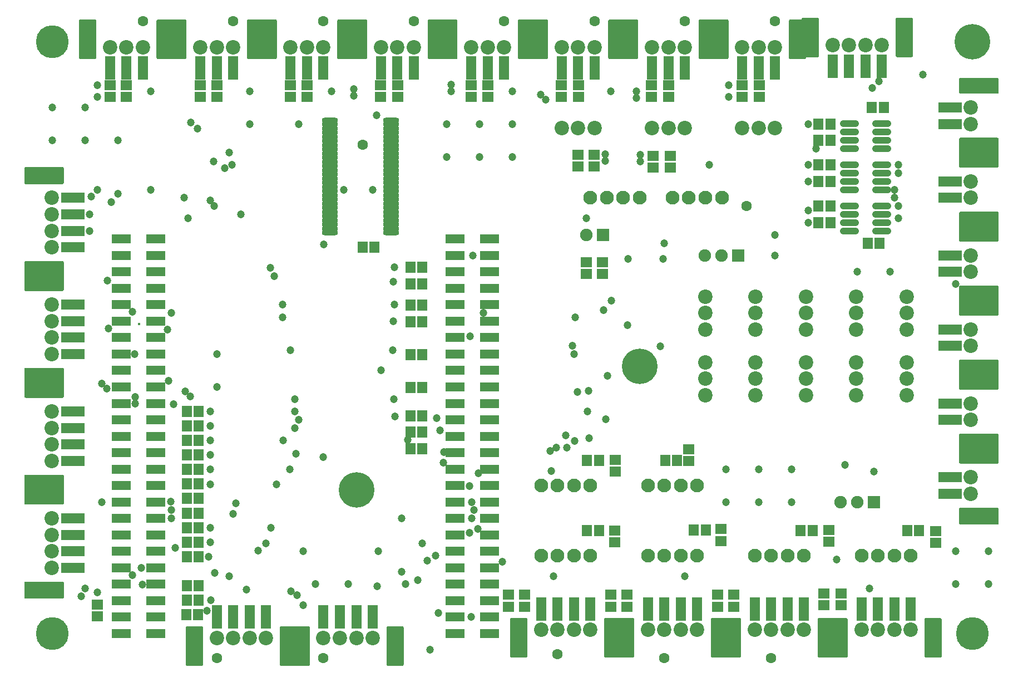
<source format=gts>
G04 Layer_Color=8388736*
%FSAX44Y44*%
%MOMM*%
G71*
G01*
G75*
%ADD27C,5.0000*%
%ADD28C,1.2000*%
%ADD38R,1.6000X3.6000*%
%ADD39R,3.6000X1.6000*%
%ADD40R,2.9000X1.4200*%
%ADD41R,1.8000X1.6000*%
%ADD42R,1.6000X1.8000*%
%ADD43C,0.4000*%
%ADD44O,2.4500X0.8000*%
%ADD45O,2.9000X1.1000*%
%ADD46C,2.2000*%
%ADD47C,2.1000*%
%ADD48C,1.9000*%
%ADD49R,1.9000X1.9000*%
%ADD50C,5.4000*%
%ADD51C,1.6000*%
G36*
X00325696Y00589243D02*
X00325891Y00589214D01*
X00326081Y00589166D01*
X00326266Y00589100D01*
X00326444Y00589016D01*
X00326613Y00588915D01*
X00326770Y00588798D01*
X00326916Y00588666D01*
X00327048Y00588520D01*
X00327165Y00588363D01*
X00327266Y00588194D01*
X00327350Y00588016D01*
X00327416Y00587831D01*
X00327464Y00587641D01*
X00327493Y00587446D01*
X00327502Y00587250D01*
X00327502Y00567751D01*
X00327502Y00567750D01*
Y00545750D01*
X00327493Y00545554D01*
X00327464Y00545359D01*
X00327416Y00545169D01*
X00327350Y00544984D01*
X00327266Y00544806D01*
X00327165Y00544638D01*
X00327048Y00544480D01*
X00326916Y00544334D01*
X00326770Y00544202D01*
X00326613Y00544085D01*
X00326444Y00543984D01*
X00326266Y00543900D01*
X00326081Y00543834D01*
X00325891Y00543786D01*
X00325696Y00543757D01*
X00325500Y00543748D01*
X00269500Y00543748D01*
X00269304Y00543757D01*
X00269109Y00543786D01*
X00268919Y00543834D01*
X00268734Y00543900D01*
X00268556Y00543984D01*
X00268388Y00544085D01*
X00268230Y00544202D01*
X00268084Y00544334D01*
X00267952Y00544480D01*
X00267835Y00544638D01*
X00267734Y00544806D01*
X00267650Y00544984D01*
X00267584Y00545169D01*
X00267536Y00545359D01*
X00267507Y00545554D01*
X00267498Y00545750D01*
X00267498Y00565249D01*
X00267498Y00565250D01*
X00267498Y00587250D01*
X00267507Y00587446D01*
X00267536Y00587641D01*
X00267584Y00587831D01*
X00267650Y00588016D01*
X00267734Y00588194D01*
X00267835Y00588363D01*
X00267952Y00588520D01*
X00268084Y00588666D01*
X00268230Y00588798D01*
X00268388Y00588915D01*
X00268556Y00589016D01*
X00268734Y00589100D01*
X00268919Y00589166D01*
X00269109Y00589214D01*
X00269304Y00589243D01*
X00269500Y00589252D01*
X00325500D01*
X00325696Y00589243D01*
D02*
G37*
G36*
X01748250Y00539252D02*
X01748446Y00539243D01*
X01748641Y00539214D01*
X01748831Y00539166D01*
X01749016Y00539100D01*
X01749194Y00539016D01*
X01749362Y00538915D01*
X01749520Y00538798D01*
X01749666Y00538666D01*
X01749798Y00538520D01*
X01749915Y00538362D01*
X01750016Y00538194D01*
X01750100Y00538016D01*
X01750166Y00537831D01*
X01750214Y00537641D01*
X01750243Y00537446D01*
X01750252Y00537250D01*
Y00515250D01*
X01750243Y00515054D01*
X01750214Y00514859D01*
X01750166Y00514669D01*
X01750100Y00514484D01*
X01750016Y00514306D01*
X01749915Y00514137D01*
X01749798Y00513980D01*
X01749666Y00513834D01*
X01749520Y00513702D01*
X01749362Y00513585D01*
X01749194Y00513484D01*
X01749016Y00513400D01*
X01748831Y00513334D01*
X01748641Y00513286D01*
X01748446Y00513257D01*
X01748250Y00513248D01*
X01692250D01*
X01692054Y00513257D01*
X01691859Y00513286D01*
X01691669Y00513334D01*
X01691484Y00513400D01*
X01691306Y00513484D01*
X01691138Y00513585D01*
X01690980Y00513702D01*
X01690834Y00513834D01*
X01690702Y00513980D01*
X01690585Y00514137D01*
X01690484Y00514306D01*
X01690400Y00514484D01*
X01690334Y00514669D01*
X01690286Y00514859D01*
X01690257Y00515054D01*
X01690248Y00515250D01*
Y00537250D01*
X01690257Y00537446D01*
X01690286Y00537641D01*
X01690334Y00537831D01*
X01690400Y00538016D01*
X01690484Y00538194D01*
X01690585Y00538363D01*
X01690702Y00538520D01*
X01690834Y00538666D01*
X01690980Y00538798D01*
X01691138Y00538915D01*
X01691306Y00539016D01*
X01691484Y00539100D01*
X01691669Y00539166D01*
X01691859Y00539214D01*
X01692054Y00539243D01*
X01692250Y00539252D01*
X01748250Y00539252D01*
D02*
G37*
G36*
X00325696Y00426743D02*
X00325891Y00426714D01*
X00326081Y00426666D01*
X00326266Y00426600D01*
X00326444Y00426516D01*
X00326613Y00426415D01*
X00326770Y00426298D01*
X00326916Y00426166D01*
X00327048Y00426020D01*
X00327165Y00425863D01*
X00327266Y00425694D01*
X00327350Y00425516D01*
X00327416Y00425331D01*
X00327464Y00425141D01*
X00327493Y00424946D01*
X00327502Y00424750D01*
X00327502Y00402750D01*
X00327493Y00402554D01*
X00327464Y00402359D01*
X00327416Y00402169D01*
X00327350Y00401984D01*
X00327266Y00401806D01*
X00327165Y00401638D01*
X00327048Y00401480D01*
X00326916Y00401334D01*
X00326770Y00401202D01*
X00326612Y00401085D01*
X00326444Y00400984D01*
X00326266Y00400900D01*
X00326081Y00400834D01*
X00325891Y00400786D01*
X00325696Y00400757D01*
X00325500Y00400748D01*
X00269500Y00400748D01*
X00269304Y00400757D01*
X00269109Y00400786D01*
X00268919Y00400834D01*
X00268734Y00400900D01*
X00268556Y00400984D01*
X00268388Y00401085D01*
X00268230Y00401202D01*
X00268084Y00401334D01*
X00267952Y00401480D01*
X00267835Y00401638D01*
X00267734Y00401806D01*
X00267650Y00401984D01*
X00267584Y00402169D01*
X00267536Y00402359D01*
X00267507Y00402554D01*
X00267498Y00402750D01*
X00267498Y00424750D01*
X00267507Y00424946D01*
X00267536Y00425141D01*
X00267584Y00425331D01*
X00267650Y00425516D01*
X00267734Y00425694D01*
X00267835Y00425863D01*
X00267952Y00426020D01*
X00268084Y00426166D01*
X00268230Y00426298D01*
X00268388Y00426415D01*
X00268556Y00426516D01*
X00268734Y00426600D01*
X00268919Y00426666D01*
X00269109Y00426714D01*
X00269304Y00426743D01*
X00269500Y00426752D01*
X00325500D01*
X00325696Y00426743D01*
D02*
G37*
G36*
X01748250Y00651752D02*
X01748446Y00651743D01*
X01748641Y00651714D01*
X01748831Y00651666D01*
X01749016Y00651600D01*
X01749194Y00651516D01*
X01749362Y00651415D01*
X01749520Y00651298D01*
X01749666Y00651166D01*
X01749798Y00651020D01*
X01749915Y00650862D01*
X01750016Y00650694D01*
X01750100Y00650516D01*
X01750166Y00650331D01*
X01750214Y00650141D01*
X01750243Y00649946D01*
X01750252Y00649750D01*
Y00628251D01*
X01750253Y00628250D01*
X01750252Y00608250D01*
X01750243Y00608054D01*
X01750214Y00607859D01*
X01750166Y00607669D01*
X01750100Y00607484D01*
X01750016Y00607306D01*
X01749915Y00607137D01*
X01749798Y00606980D01*
X01749666Y00606834D01*
X01749520Y00606702D01*
X01749362Y00606585D01*
X01749194Y00606484D01*
X01749016Y00606400D01*
X01748831Y00606334D01*
X01748641Y00606286D01*
X01748446Y00606257D01*
X01748250Y00606248D01*
X01692250D01*
X01692054Y00606257D01*
X01691859Y00606286D01*
X01691669Y00606334D01*
X01691484Y00606400D01*
X01691306Y00606484D01*
X01691138Y00606585D01*
X01690980Y00606702D01*
X01690834Y00606834D01*
X01690702Y00606980D01*
X01690585Y00607137D01*
X01690484Y00607306D01*
X01690400Y00607484D01*
X01690334Y00607669D01*
X01690286Y00607859D01*
X01690257Y00608054D01*
X01690248Y00608250D01*
X01690248Y00627749D01*
X01690248Y00627750D01*
Y00649750D01*
X01690257Y00649946D01*
X01690286Y00650141D01*
X01690334Y00650331D01*
X01690400Y00650516D01*
X01690484Y00650694D01*
X01690585Y00650863D01*
X01690702Y00651020D01*
X01690834Y00651166D01*
X01690980Y00651298D01*
X01691138Y00651415D01*
X01691306Y00651516D01*
X01691484Y00651600D01*
X01691669Y00651666D01*
X01691859Y00651714D01*
X01692054Y00651743D01*
X01692250Y00651752D01*
X01748250Y00651752D01*
D02*
G37*
G36*
Y00876752D02*
X01748446Y00876743D01*
X01748641Y00876714D01*
X01748831Y00876666D01*
X01749016Y00876600D01*
X01749194Y00876516D01*
X01749362Y00876415D01*
X01749520Y00876298D01*
X01749666Y00876166D01*
X01749798Y00876020D01*
X01749915Y00875862D01*
X01750016Y00875694D01*
X01750100Y00875516D01*
X01750166Y00875331D01*
X01750214Y00875141D01*
X01750243Y00874946D01*
X01750252Y00874750D01*
Y00853251D01*
X01750253Y00853250D01*
X01750252Y00833250D01*
X01750243Y00833054D01*
X01750214Y00832859D01*
X01750166Y00832669D01*
X01750100Y00832484D01*
X01750016Y00832306D01*
X01749915Y00832138D01*
X01749798Y00831980D01*
X01749666Y00831834D01*
X01749520Y00831702D01*
X01749362Y00831585D01*
X01749194Y00831484D01*
X01749016Y00831400D01*
X01748831Y00831334D01*
X01748641Y00831286D01*
X01748446Y00831257D01*
X01748250Y00831248D01*
X01692250D01*
X01692054Y00831257D01*
X01691859Y00831286D01*
X01691669Y00831334D01*
X01691484Y00831400D01*
X01691306Y00831484D01*
X01691138Y00831585D01*
X01690980Y00831702D01*
X01690834Y00831834D01*
X01690702Y00831980D01*
X01690585Y00832138D01*
X01690484Y00832306D01*
X01690400Y00832484D01*
X01690334Y00832669D01*
X01690286Y00832859D01*
X01690257Y00833054D01*
X01690248Y00833250D01*
X01690248Y00852749D01*
X01690248Y00852750D01*
Y00874750D01*
X01690257Y00874946D01*
X01690286Y00875141D01*
X01690334Y00875331D01*
X01690400Y00875516D01*
X01690484Y00875694D01*
X01690585Y00875863D01*
X01690702Y00876020D01*
X01690834Y00876166D01*
X01690980Y00876298D01*
X01691138Y00876415D01*
X01691306Y00876516D01*
X01691484Y00876600D01*
X01691669Y00876666D01*
X01691859Y00876714D01*
X01692054Y00876743D01*
X01692250Y00876752D01*
X01748250Y00876752D01*
D02*
G37*
G36*
Y00764252D02*
X01748446Y00764243D01*
X01748641Y00764214D01*
X01748831Y00764166D01*
X01749016Y00764100D01*
X01749194Y00764016D01*
X01749362Y00763915D01*
X01749520Y00763798D01*
X01749666Y00763666D01*
X01749798Y00763520D01*
X01749915Y00763362D01*
X01750016Y00763194D01*
X01750100Y00763016D01*
X01750166Y00762831D01*
X01750214Y00762641D01*
X01750243Y00762446D01*
X01750252Y00762250D01*
Y00740751D01*
X01750253Y00740750D01*
X01750252Y00720750D01*
X01750243Y00720554D01*
X01750214Y00720359D01*
X01750166Y00720169D01*
X01750100Y00719984D01*
X01750016Y00719806D01*
X01749915Y00719638D01*
X01749798Y00719480D01*
X01749666Y00719334D01*
X01749520Y00719202D01*
X01749362Y00719085D01*
X01749194Y00718984D01*
X01749016Y00718900D01*
X01748831Y00718834D01*
X01748641Y00718786D01*
X01748446Y00718757D01*
X01748250Y00718748D01*
X01692250D01*
X01692054Y00718757D01*
X01691859Y00718786D01*
X01691669Y00718834D01*
X01691484Y00718900D01*
X01691306Y00718984D01*
X01691138Y00719085D01*
X01690980Y00719202D01*
X01690834Y00719334D01*
X01690702Y00719480D01*
X01690585Y00719638D01*
X01690484Y00719806D01*
X01690400Y00719984D01*
X01690334Y00720169D01*
X01690286Y00720359D01*
X01690257Y00720554D01*
X01690248Y00720750D01*
X01690248Y00740249D01*
X01690248Y00740250D01*
Y00762250D01*
X01690257Y00762446D01*
X01690286Y00762641D01*
X01690334Y00762831D01*
X01690400Y00763016D01*
X01690484Y00763194D01*
X01690585Y00763363D01*
X01690702Y00763520D01*
X01690834Y00763666D01*
X01690980Y00763798D01*
X01691138Y00763915D01*
X01691306Y00764016D01*
X01691484Y00764100D01*
X01691669Y00764166D01*
X01691859Y00764214D01*
X01692054Y00764243D01*
X01692250Y00764252D01*
X01748250Y00764252D01*
D02*
G37*
G36*
X00325696Y00751743D02*
X00325891Y00751714D01*
X00326081Y00751666D01*
X00326266Y00751600D01*
X00326444Y00751516D01*
X00326613Y00751415D01*
X00326770Y00751298D01*
X00326916Y00751166D01*
X00327048Y00751020D01*
X00327165Y00750863D01*
X00327266Y00750694D01*
X00327350Y00750516D01*
X00327416Y00750331D01*
X00327464Y00750141D01*
X00327493Y00749946D01*
X00327502Y00749750D01*
X00327502Y00730250D01*
X00327502Y00730250D01*
Y00708250D01*
X00327493Y00708054D01*
X00327464Y00707859D01*
X00327416Y00707669D01*
X00327350Y00707484D01*
X00327266Y00707306D01*
X00327165Y00707138D01*
X00327048Y00706980D01*
X00326916Y00706834D01*
X00326770Y00706702D01*
X00326613Y00706585D01*
X00326444Y00706484D01*
X00326266Y00706400D01*
X00326081Y00706334D01*
X00325891Y00706286D01*
X00325696Y00706257D01*
X00325500Y00706248D01*
X00269500Y00706248D01*
X00269304Y00706257D01*
X00269109Y00706286D01*
X00268919Y00706334D01*
X00268734Y00706400D01*
X00268556Y00706484D01*
X00268388Y00706585D01*
X00268230Y00706702D01*
X00268084Y00706834D01*
X00267952Y00706980D01*
X00267835Y00707138D01*
X00267734Y00707306D01*
X00267650Y00707484D01*
X00267584Y00707669D01*
X00267536Y00707859D01*
X00267507Y00708054D01*
X00267498Y00708250D01*
X00267498Y00727749D01*
X00267498Y00727750D01*
X00267498Y00749750D01*
X00267507Y00749946D01*
X00267536Y00750141D01*
X00267584Y00750331D01*
X00267650Y00750516D01*
X00267734Y00750694D01*
X00267835Y00750863D01*
X00267952Y00751020D01*
X00268084Y00751166D01*
X00268230Y00751298D01*
X00268388Y00751415D01*
X00268556Y00751516D01*
X00268734Y00751600D01*
X00268919Y00751666D01*
X00269109Y00751714D01*
X00269304Y00751743D01*
X00269500Y00751752D01*
X00325500D01*
X00325696Y00751743D01*
D02*
G37*
G36*
X01356196Y00371243D02*
X01356391Y00371214D01*
X01356581Y00371166D01*
X01356766Y00371100D01*
X01356944Y00371016D01*
X01357112Y00370915D01*
X01357270Y00370798D01*
X01357416Y00370666D01*
X01357548Y00370520D01*
X01357665Y00370363D01*
X01357766Y00370194D01*
X01357850Y00370016D01*
X01357916Y00369831D01*
X01357964Y00369641D01*
X01357993Y00369446D01*
X01358002Y00369250D01*
X01358002Y00313250D01*
X01357993Y00313054D01*
X01357964Y00312859D01*
X01357916Y00312669D01*
X01357850Y00312484D01*
X01357766Y00312306D01*
X01357665Y00312138D01*
X01357548Y00311980D01*
X01357416Y00311834D01*
X01357270Y00311702D01*
X01357112Y00311585D01*
X01356944Y00311484D01*
X01356766Y00311400D01*
X01356581Y00311334D01*
X01356391Y00311286D01*
X01356196Y00311257D01*
X01356000Y00311248D01*
X01336501Y00311248D01*
X01336500Y00311248D01*
X01314500Y00311248D01*
X01314304Y00311257D01*
X01314109Y00311286D01*
X01313919Y00311334D01*
X01313734Y00311400D01*
X01313556Y00311484D01*
X01313387Y00311585D01*
X01313230Y00311702D01*
X01313084Y00311834D01*
X01312952Y00311980D01*
X01312835Y00312138D01*
X01312734Y00312306D01*
X01312650Y00312484D01*
X01312584Y00312669D01*
X01312536Y00312859D01*
X01312507Y00313054D01*
X01312498Y00313250D01*
Y00369250D01*
X01312507Y00369446D01*
X01312536Y00369641D01*
X01312584Y00369831D01*
X01312650Y00370016D01*
X01312734Y00370194D01*
X01312835Y00370363D01*
X01312952Y00370520D01*
X01313084Y00370666D01*
X01313230Y00370798D01*
X01313387Y00370915D01*
X01313556Y00371016D01*
X01313734Y00371100D01*
X01313919Y00371166D01*
X01314109Y00371214D01*
X01314304Y00371243D01*
X01314500Y00371252D01*
X01333999Y00371252D01*
X01334000Y00371252D01*
X01356000D01*
X01356196Y00371243D01*
D02*
G37*
G36*
X01661500Y00371252D02*
X01661696Y00371243D01*
X01661891Y00371214D01*
X01662081Y00371166D01*
X01662266Y00371100D01*
X01662444Y00371016D01*
X01662612Y00370915D01*
X01662770Y00370798D01*
X01662916Y00370666D01*
X01663048Y00370520D01*
X01663165Y00370363D01*
X01663266Y00370194D01*
X01663350Y00370016D01*
X01663416Y00369831D01*
X01663464Y00369641D01*
X01663493Y00369446D01*
X01663502Y00369250D01*
X01663502Y00313250D01*
X01663493Y00313054D01*
X01663464Y00312859D01*
X01663416Y00312669D01*
X01663350Y00312484D01*
X01663266Y00312306D01*
X01663165Y00312138D01*
X01663048Y00311980D01*
X01662916Y00311834D01*
X01662770Y00311702D01*
X01662612Y00311585D01*
X01662444Y00311484D01*
X01662266Y00311400D01*
X01662081Y00311334D01*
X01661891Y00311286D01*
X01661696Y00311257D01*
X01661500Y00311248D01*
X01639500Y00311248D01*
X01639304Y00311257D01*
X01639109Y00311286D01*
X01638919Y00311334D01*
X01638734Y00311400D01*
X01638556Y00311484D01*
X01638387Y00311585D01*
X01638230Y00311702D01*
X01638084Y00311834D01*
X01637952Y00311980D01*
X01637835Y00312138D01*
X01637734Y00312306D01*
X01637650Y00312484D01*
X01637584Y00312669D01*
X01637536Y00312859D01*
X01637507Y00313054D01*
X01637498Y00313250D01*
Y00369250D01*
X01637507Y00369446D01*
X01637536Y00369641D01*
X01637584Y00369831D01*
X01637650Y00370016D01*
X01637734Y00370194D01*
X01637835Y00370363D01*
X01637952Y00370520D01*
X01638084Y00370666D01*
X01638230Y00370798D01*
X01638387Y00370915D01*
X01638556Y00371016D01*
X01638734Y00371100D01*
X01638919Y00371166D01*
X01639109Y00371214D01*
X01639304Y00371243D01*
X01639500Y00371252D01*
X01661500Y00371252D01*
D02*
G37*
G36*
X00537446Y00358743D02*
X00537641Y00358714D01*
X00537831Y00358666D01*
X00538016Y00358600D01*
X00538194Y00358516D01*
X00538363Y00358415D01*
X00538520Y00358298D01*
X00538666Y00358166D01*
X00538798Y00358020D01*
X00538915Y00357863D01*
X00539016Y00357694D01*
X00539100Y00357516D01*
X00539166Y00357331D01*
X00539214Y00357141D01*
X00539243Y00356946D01*
X00539252Y00356750D01*
X00539252Y00300750D01*
X00539243Y00300554D01*
X00539214Y00300359D01*
X00539166Y00300169D01*
X00539100Y00299984D01*
X00539016Y00299806D01*
X00538915Y00299638D01*
X00538798Y00299480D01*
X00538666Y00299334D01*
X00538520Y00299202D01*
X00538362Y00299085D01*
X00538194Y00298984D01*
X00538016Y00298900D01*
X00537831Y00298834D01*
X00537641Y00298786D01*
X00537446Y00298757D01*
X00537250Y00298748D01*
X00515250Y00298748D01*
X00515054Y00298757D01*
X00514859Y00298786D01*
X00514669Y00298834D01*
X00514484Y00298900D01*
X00514306Y00298984D01*
X00514138Y00299085D01*
X00513980Y00299202D01*
X00513834Y00299334D01*
X00513702Y00299480D01*
X00513585Y00299638D01*
X00513484Y00299806D01*
X00513400Y00299984D01*
X00513334Y00300169D01*
X00513286Y00300359D01*
X00513257Y00300554D01*
X00513248Y00300750D01*
Y00356750D01*
X00513257Y00356946D01*
X00513286Y00357141D01*
X00513334Y00357331D01*
X00513400Y00357516D01*
X00513484Y00357694D01*
X00513585Y00357863D01*
X00513702Y00358020D01*
X00513834Y00358166D01*
X00513980Y00358298D01*
X00514138Y00358415D01*
X00514306Y00358516D01*
X00514484Y00358600D01*
X00514669Y00358666D01*
X00514859Y00358714D01*
X00515054Y00358743D01*
X00515250Y00358752D01*
X00537250D01*
X00537446Y00358743D01*
D02*
G37*
G36*
X00842750Y00358752D02*
X00842946Y00358743D01*
X00843141Y00358714D01*
X00843331Y00358666D01*
X00843516Y00358600D01*
X00843694Y00358516D01*
X00843863Y00358415D01*
X00844020Y00358298D01*
X00844166Y00358166D01*
X00844298Y00358020D01*
X00844415Y00357862D01*
X00844516Y00357694D01*
X00844600Y00357516D01*
X00844666Y00357331D01*
X00844714Y00357141D01*
X00844743Y00356946D01*
X00844752Y00356750D01*
X00844752Y00300750D01*
X00844743Y00300554D01*
X00844714Y00300359D01*
X00844666Y00300169D01*
X00844600Y00299984D01*
X00844516Y00299806D01*
X00844415Y00299638D01*
X00844298Y00299480D01*
X00844166Y00299334D01*
X00844020Y00299202D01*
X00843862Y00299085D01*
X00843694Y00298984D01*
X00843516Y00298900D01*
X00843331Y00298834D01*
X00843141Y00298786D01*
X00842946Y00298757D01*
X00842750Y00298748D01*
X00820750Y00298748D01*
X00820554Y00298757D01*
X00820359Y00298786D01*
X00820169Y00298834D01*
X00819984Y00298900D01*
X00819806Y00298984D01*
X00819638Y00299085D01*
X00819480Y00299202D01*
X00819334Y00299334D01*
X00819202Y00299480D01*
X00819085Y00299638D01*
X00818984Y00299806D01*
X00818900Y00299984D01*
X00818834Y00300169D01*
X00818786Y00300359D01*
X00818757Y00300554D01*
X00818748Y00300750D01*
Y00356750D01*
X00818757Y00356946D01*
X00818786Y00357141D01*
X00818834Y00357331D01*
X00818900Y00357516D01*
X00818984Y00357694D01*
X00819085Y00357863D01*
X00819202Y00358020D01*
X00819334Y00358166D01*
X00819480Y00358298D01*
X00819638Y00358415D01*
X00819806Y00358516D01*
X00819984Y00358600D01*
X00820169Y00358666D01*
X00820359Y00358714D01*
X00820554Y00358743D01*
X00820750Y00358752D01*
X00842750Y00358752D01*
D02*
G37*
G36*
X01031196Y00371243D02*
X01031391Y00371214D01*
X01031581Y00371166D01*
X01031766Y00371100D01*
X01031944Y00371016D01*
X01032113Y00370915D01*
X01032270Y00370798D01*
X01032416Y00370666D01*
X01032548Y00370520D01*
X01032665Y00370363D01*
X01032766Y00370194D01*
X01032850Y00370016D01*
X01032916Y00369831D01*
X01032964Y00369641D01*
X01032993Y00369446D01*
X01033002Y00369250D01*
X01033002Y00313250D01*
X01032993Y00313054D01*
X01032964Y00312859D01*
X01032916Y00312669D01*
X01032850Y00312484D01*
X01032766Y00312306D01*
X01032665Y00312138D01*
X01032548Y00311980D01*
X01032416Y00311834D01*
X01032270Y00311702D01*
X01032112Y00311585D01*
X01031944Y00311484D01*
X01031766Y00311400D01*
X01031581Y00311334D01*
X01031391Y00311286D01*
X01031196Y00311257D01*
X01031000Y00311248D01*
X01009000Y00311248D01*
X01008804Y00311257D01*
X01008609Y00311286D01*
X01008419Y00311334D01*
X01008234Y00311400D01*
X01008056Y00311484D01*
X01007887Y00311585D01*
X01007730Y00311702D01*
X01007584Y00311834D01*
X01007452Y00311980D01*
X01007335Y00312138D01*
X01007234Y00312306D01*
X01007150Y00312484D01*
X01007084Y00312669D01*
X01007036Y00312859D01*
X01007007Y00313054D01*
X01006998Y00313250D01*
Y00369250D01*
X01007007Y00369446D01*
X01007036Y00369641D01*
X01007084Y00369831D01*
X01007150Y00370016D01*
X01007234Y00370194D01*
X01007335Y00370363D01*
X01007452Y00370520D01*
X01007584Y00370666D01*
X01007730Y00370798D01*
X01007887Y00370915D01*
X01008056Y00371016D01*
X01008234Y00371100D01*
X01008419Y00371166D01*
X01008609Y00371214D01*
X01008804Y00371243D01*
X01009000Y00371252D01*
X01031000D01*
X01031196Y00371243D01*
D02*
G37*
G36*
X01518696D02*
X01518891Y00371214D01*
X01519081Y00371166D01*
X01519266Y00371100D01*
X01519444Y00371016D01*
X01519612Y00370915D01*
X01519770Y00370798D01*
X01519916Y00370666D01*
X01520048Y00370520D01*
X01520165Y00370363D01*
X01520266Y00370194D01*
X01520350Y00370016D01*
X01520416Y00369831D01*
X01520464Y00369641D01*
X01520493Y00369446D01*
X01520502Y00369250D01*
X01520502Y00313250D01*
X01520493Y00313054D01*
X01520464Y00312859D01*
X01520416Y00312669D01*
X01520350Y00312484D01*
X01520266Y00312306D01*
X01520165Y00312138D01*
X01520048Y00311980D01*
X01519916Y00311834D01*
X01519770Y00311702D01*
X01519612Y00311585D01*
X01519444Y00311484D01*
X01519266Y00311400D01*
X01519081Y00311334D01*
X01518891Y00311286D01*
X01518696Y00311257D01*
X01518500Y00311248D01*
X01499001Y00311248D01*
X01499000Y00311248D01*
X01477000Y00311248D01*
X01476804Y00311257D01*
X01476609Y00311286D01*
X01476419Y00311334D01*
X01476234Y00311400D01*
X01476056Y00311484D01*
X01475887Y00311585D01*
X01475730Y00311702D01*
X01475584Y00311834D01*
X01475452Y00311980D01*
X01475335Y00312138D01*
X01475234Y00312306D01*
X01475150Y00312484D01*
X01475084Y00312669D01*
X01475036Y00312859D01*
X01475007Y00313054D01*
X01474998Y00313250D01*
Y00369250D01*
X01475007Y00369446D01*
X01475036Y00369641D01*
X01475084Y00369831D01*
X01475150Y00370016D01*
X01475234Y00370194D01*
X01475335Y00370363D01*
X01475452Y00370520D01*
X01475584Y00370666D01*
X01475730Y00370798D01*
X01475887Y00370915D01*
X01476056Y00371016D01*
X01476234Y00371100D01*
X01476419Y00371166D01*
X01476609Y00371214D01*
X01476804Y00371243D01*
X01477000Y00371252D01*
X01496499Y00371252D01*
X01496500Y00371252D01*
X01518500D01*
X01518696Y00371243D01*
D02*
G37*
G36*
X01193696D02*
X01193891Y00371214D01*
X01194081Y00371166D01*
X01194266Y00371100D01*
X01194444Y00371016D01*
X01194613Y00370915D01*
X01194770Y00370798D01*
X01194916Y00370666D01*
X01195048Y00370520D01*
X01195165Y00370363D01*
X01195266Y00370194D01*
X01195350Y00370016D01*
X01195416Y00369831D01*
X01195464Y00369641D01*
X01195493Y00369446D01*
X01195502Y00369250D01*
X01195502Y00313250D01*
X01195493Y00313054D01*
X01195464Y00312859D01*
X01195416Y00312669D01*
X01195350Y00312484D01*
X01195266Y00312306D01*
X01195165Y00312138D01*
X01195048Y00311980D01*
X01194916Y00311834D01*
X01194770Y00311702D01*
X01194612Y00311585D01*
X01194444Y00311484D01*
X01194266Y00311400D01*
X01194081Y00311334D01*
X01193891Y00311286D01*
X01193696Y00311257D01*
X01193500Y00311248D01*
X01174001Y00311248D01*
X01174000Y00311248D01*
X01152000Y00311248D01*
X01151804Y00311257D01*
X01151609Y00311286D01*
X01151419Y00311334D01*
X01151234Y00311400D01*
X01151056Y00311484D01*
X01150888Y00311585D01*
X01150730Y00311702D01*
X01150584Y00311834D01*
X01150452Y00311980D01*
X01150335Y00312138D01*
X01150234Y00312306D01*
X01150150Y00312484D01*
X01150084Y00312669D01*
X01150036Y00312859D01*
X01150007Y00313054D01*
X01149998Y00313250D01*
Y00369250D01*
X01150007Y00369446D01*
X01150036Y00369641D01*
X01150084Y00369831D01*
X01150150Y00370016D01*
X01150234Y00370194D01*
X01150335Y00370363D01*
X01150452Y00370520D01*
X01150584Y00370666D01*
X01150730Y00370798D01*
X01150888Y00370915D01*
X01151056Y00371016D01*
X01151234Y00371100D01*
X01151419Y00371166D01*
X01151609Y00371214D01*
X01151804Y00371243D01*
X01152000Y00371252D01*
X01171500Y00371252D01*
X01171500Y00371252D01*
X01193500D01*
X01193696Y00371243D01*
D02*
G37*
G36*
X00699946Y00358743D02*
X00700141Y00358714D01*
X00700331Y00358666D01*
X00700516Y00358600D01*
X00700694Y00358516D01*
X00700863Y00358415D01*
X00701020Y00358298D01*
X00701166Y00358166D01*
X00701298Y00358020D01*
X00701415Y00357863D01*
X00701516Y00357694D01*
X00701600Y00357516D01*
X00701666Y00357331D01*
X00701714Y00357141D01*
X00701743Y00356946D01*
X00701752Y00356750D01*
X00701752Y00300750D01*
X00701743Y00300554D01*
X00701714Y00300359D01*
X00701666Y00300169D01*
X00701600Y00299984D01*
X00701516Y00299806D01*
X00701415Y00299638D01*
X00701298Y00299480D01*
X00701166Y00299334D01*
X00701020Y00299202D01*
X00700862Y00299085D01*
X00700694Y00298984D01*
X00700516Y00298900D01*
X00700331Y00298834D01*
X00700141Y00298786D01*
X00699946Y00298757D01*
X00699750Y00298748D01*
X00680251Y00298748D01*
X00680250Y00298748D01*
X00658250Y00298748D01*
X00658054Y00298757D01*
X00657859Y00298786D01*
X00657669Y00298834D01*
X00657484Y00298900D01*
X00657306Y00298984D01*
X00657138Y00299085D01*
X00656980Y00299202D01*
X00656834Y00299334D01*
X00656702Y00299480D01*
X00656585Y00299638D01*
X00656484Y00299806D01*
X00656400Y00299984D01*
X00656334Y00300169D01*
X00656286Y00300359D01*
X00656257Y00300554D01*
X00656248Y00300750D01*
Y00356750D01*
X00656257Y00356946D01*
X00656286Y00357141D01*
X00656334Y00357331D01*
X00656400Y00357516D01*
X00656484Y00357694D01*
X00656585Y00357863D01*
X00656702Y00358020D01*
X00656834Y00358166D01*
X00656980Y00358298D01*
X00657138Y00358415D01*
X00657306Y00358516D01*
X00657484Y00358600D01*
X00657669Y00358666D01*
X00657859Y00358714D01*
X00658054Y00358743D01*
X00658250Y00358752D01*
X00677749Y00358752D01*
X00677750Y00358752D01*
X00699750D01*
X00699946Y00358743D01*
D02*
G37*
G36*
X00924750Y01281502D02*
X00924946Y01281493D01*
X00925141Y01281464D01*
X00925331Y01281416D01*
X00925516Y01281350D01*
X00925694Y01281266D01*
X00925863Y01281165D01*
X00926020Y01281048D01*
X00926166Y01280916D01*
X00926298Y01280770D01*
X00926415Y01280612D01*
X00926516Y01280444D01*
X00926600Y01280266D01*
X00926666Y01280081D01*
X00926714Y01279891D01*
X00926743Y01279696D01*
X00926752Y01279500D01*
Y01223500D01*
X00926743Y01223304D01*
X00926714Y01223109D01*
X00926666Y01222919D01*
X00926600Y01222734D01*
X00926516Y01222556D01*
X00926415Y01222388D01*
X00926298Y01222230D01*
X00926166Y01222084D01*
X00926020Y01221952D01*
X00925863Y01221835D01*
X00925694Y01221734D01*
X00925516Y01221650D01*
X00925331Y01221584D01*
X00925141Y01221536D01*
X00924946Y01221507D01*
X00924750Y01221498D01*
X00905250Y01221498D01*
X00905250Y01221498D01*
X00883250D01*
X00883054Y01221507D01*
X00882859Y01221536D01*
X00882669Y01221584D01*
X00882484Y01221650D01*
X00882306Y01221734D01*
X00882138Y01221835D01*
X00881980Y01221952D01*
X00881834Y01222084D01*
X00881702Y01222230D01*
X00881585Y01222388D01*
X00881484Y01222556D01*
X00881400Y01222734D01*
X00881334Y01222919D01*
X00881286Y01223109D01*
X00881257Y01223304D01*
X00881248Y01223500D01*
Y01278500D01*
Y01279500D01*
X00881257Y01279696D01*
X00881286Y01279891D01*
X00881334Y01280081D01*
X00881400Y01280266D01*
X00881484Y01280444D01*
X00881585Y01280612D01*
X00881702Y01280770D01*
X00881834Y01280916D01*
X00881980Y01281048D01*
X00882138Y01281165D01*
X00882306Y01281266D01*
X00882484Y01281350D01*
X00882669Y01281416D01*
X00882859Y01281464D01*
X00883054Y01281493D01*
X00883250Y01281502D01*
X00902749D01*
X00902750Y01281503D01*
X00924750Y01281502D01*
D02*
G37*
G36*
X00787250D02*
X00787446Y01281493D01*
X00787641Y01281464D01*
X00787831Y01281416D01*
X00788016Y01281350D01*
X00788194Y01281266D01*
X00788363Y01281165D01*
X00788520Y01281048D01*
X00788666Y01280916D01*
X00788798Y01280770D01*
X00788915Y01280612D01*
X00789016Y01280444D01*
X00789100Y01280266D01*
X00789166Y01280081D01*
X00789214Y01279891D01*
X00789243Y01279696D01*
X00789252Y01279500D01*
Y01223500D01*
X00789243Y01223304D01*
X00789214Y01223109D01*
X00789166Y01222919D01*
X00789100Y01222734D01*
X00789016Y01222556D01*
X00788915Y01222388D01*
X00788798Y01222230D01*
X00788666Y01222084D01*
X00788520Y01221952D01*
X00788363Y01221835D01*
X00788194Y01221734D01*
X00788016Y01221650D01*
X00787831Y01221584D01*
X00787641Y01221536D01*
X00787446Y01221507D01*
X00787250Y01221498D01*
X00767750Y01221498D01*
X00767750Y01221498D01*
X00745750D01*
X00745554Y01221507D01*
X00745359Y01221536D01*
X00745169Y01221584D01*
X00744984Y01221650D01*
X00744806Y01221734D01*
X00744638Y01221835D01*
X00744480Y01221952D01*
X00744334Y01222084D01*
X00744202Y01222230D01*
X00744085Y01222388D01*
X00743984Y01222556D01*
X00743900Y01222734D01*
X00743834Y01222919D01*
X00743786Y01223109D01*
X00743757Y01223304D01*
X00743748Y01223500D01*
Y01278500D01*
Y01279500D01*
X00743757Y01279696D01*
X00743786Y01279891D01*
X00743834Y01280081D01*
X00743900Y01280266D01*
X00743984Y01280444D01*
X00744085Y01280612D01*
X00744202Y01280770D01*
X00744334Y01280916D01*
X00744480Y01281048D01*
X00744638Y01281165D01*
X00744806Y01281266D01*
X00744984Y01281350D01*
X00745169Y01281416D01*
X00745359Y01281464D01*
X00745554Y01281493D01*
X00745750Y01281502D01*
X00765249D01*
X00765250Y01281503D01*
X00787250Y01281502D01*
D02*
G37*
G36*
X00649750D02*
X00649946Y01281493D01*
X00650141Y01281464D01*
X00650331Y01281416D01*
X00650516Y01281350D01*
X00650694Y01281266D01*
X00650863Y01281165D01*
X00651020Y01281048D01*
X00651166Y01280916D01*
X00651298Y01280770D01*
X00651415Y01280612D01*
X00651516Y01280444D01*
X00651600Y01280266D01*
X00651666Y01280081D01*
X00651714Y01279891D01*
X00651743Y01279696D01*
X00651752Y01279500D01*
Y01223500D01*
X00651743Y01223304D01*
X00651714Y01223109D01*
X00651666Y01222919D01*
X00651600Y01222734D01*
X00651516Y01222556D01*
X00651415Y01222388D01*
X00651298Y01222230D01*
X00651166Y01222084D01*
X00651020Y01221952D01*
X00650863Y01221835D01*
X00650694Y01221734D01*
X00650516Y01221650D01*
X00650331Y01221584D01*
X00650141Y01221536D01*
X00649946Y01221507D01*
X00649750Y01221498D01*
X00630251Y01221498D01*
X00630250Y01221498D01*
X00608250D01*
X00608054Y01221507D01*
X00607859Y01221536D01*
X00607669Y01221584D01*
X00607484Y01221650D01*
X00607306Y01221734D01*
X00607137Y01221835D01*
X00606980Y01221952D01*
X00606834Y01222084D01*
X00606702Y01222230D01*
X00606585Y01222388D01*
X00606484Y01222556D01*
X00606400Y01222734D01*
X00606334Y01222919D01*
X00606286Y01223109D01*
X00606257Y01223304D01*
X00606248Y01223500D01*
Y01278500D01*
Y01279500D01*
X00606257Y01279696D01*
X00606286Y01279891D01*
X00606334Y01280081D01*
X00606400Y01280266D01*
X00606484Y01280444D01*
X00606585Y01280612D01*
X00606702Y01280770D01*
X00606834Y01280916D01*
X00606980Y01281048D01*
X00607137Y01281165D01*
X00607306Y01281266D01*
X00607484Y01281350D01*
X00607669Y01281416D01*
X00607859Y01281464D01*
X00608054Y01281493D01*
X00608250Y01281502D01*
X00627749D01*
X00627750Y01281503D01*
X00649750Y01281502D01*
D02*
G37*
G36*
X01062250D02*
X01062446Y01281493D01*
X01062641Y01281464D01*
X01062831Y01281416D01*
X01063016Y01281350D01*
X01063194Y01281266D01*
X01063363Y01281165D01*
X01063520Y01281048D01*
X01063666Y01280916D01*
X01063798Y01280770D01*
X01063915Y01280612D01*
X01064016Y01280444D01*
X01064100Y01280266D01*
X01064166Y01280081D01*
X01064214Y01279891D01*
X01064243Y01279696D01*
X01064252Y01279500D01*
Y01223500D01*
X01064243Y01223304D01*
X01064214Y01223109D01*
X01064166Y01222919D01*
X01064100Y01222734D01*
X01064016Y01222556D01*
X01063915Y01222388D01*
X01063798Y01222230D01*
X01063666Y01222084D01*
X01063520Y01221952D01*
X01063363Y01221835D01*
X01063194Y01221734D01*
X01063016Y01221650D01*
X01062831Y01221584D01*
X01062641Y01221536D01*
X01062446Y01221507D01*
X01062250Y01221498D01*
X01042750Y01221498D01*
X01042750Y01221498D01*
X01020750D01*
X01020554Y01221507D01*
X01020359Y01221536D01*
X01020169Y01221584D01*
X01019984Y01221650D01*
X01019806Y01221734D01*
X01019638Y01221835D01*
X01019480Y01221952D01*
X01019334Y01222084D01*
X01019202Y01222230D01*
X01019085Y01222388D01*
X01018984Y01222556D01*
X01018900Y01222734D01*
X01018834Y01222919D01*
X01018786Y01223109D01*
X01018757Y01223304D01*
X01018748Y01223500D01*
Y01278500D01*
Y01279500D01*
X01018757Y01279696D01*
X01018786Y01279891D01*
X01018834Y01280081D01*
X01018900Y01280266D01*
X01018984Y01280444D01*
X01019085Y01280612D01*
X01019202Y01280770D01*
X01019334Y01280916D01*
X01019480Y01281048D01*
X01019638Y01281165D01*
X01019806Y01281266D01*
X01019984Y01281350D01*
X01020169Y01281416D01*
X01020359Y01281464D01*
X01020554Y01281493D01*
X01020750Y01281502D01*
X01040249D01*
X01040250Y01281503D01*
X01062250Y01281502D01*
D02*
G37*
G36*
X01617750Y01284272D02*
X01617946Y01284263D01*
X01618141Y01284234D01*
X01618331Y01284186D01*
X01618516Y01284120D01*
X01618694Y01284036D01*
X01618862Y01283935D01*
X01619020Y01283818D01*
X01619166Y01283686D01*
X01619298Y01283540D01*
X01619415Y01283382D01*
X01619516Y01283214D01*
X01619600Y01283036D01*
X01619666Y01282851D01*
X01619714Y01282661D01*
X01619743Y01282466D01*
X01619752Y01282270D01*
Y01226270D01*
X01619743Y01226074D01*
X01619714Y01225879D01*
X01619666Y01225689D01*
X01619600Y01225504D01*
X01619516Y01225326D01*
X01619415Y01225157D01*
X01619298Y01225000D01*
X01619166Y01224854D01*
X01619020Y01224722D01*
X01618862Y01224605D01*
X01618694Y01224504D01*
X01618516Y01224420D01*
X01618331Y01224354D01*
X01618141Y01224306D01*
X01617946Y01224277D01*
X01617750Y01224268D01*
X01595750D01*
X01595554Y01224277D01*
X01595359Y01224306D01*
X01595169Y01224354D01*
X01594984Y01224420D01*
X01594806Y01224504D01*
X01594637Y01224605D01*
X01594480Y01224722D01*
X01594334Y01224854D01*
X01594202Y01225000D01*
X01594085Y01225157D01*
X01593984Y01225326D01*
X01593900Y01225504D01*
X01593834Y01225689D01*
X01593786Y01225879D01*
X01593757Y01226074D01*
X01593748Y01226270D01*
X01593748Y01282270D01*
X01593757Y01282466D01*
X01593786Y01282661D01*
X01593834Y01282851D01*
X01593900Y01283036D01*
X01593984Y01283214D01*
X01594085Y01283382D01*
X01594202Y01283540D01*
X01594334Y01283686D01*
X01594480Y01283818D01*
X01594638Y01283935D01*
X01594806Y01284036D01*
X01594984Y01284120D01*
X01595169Y01284186D01*
X01595359Y01284234D01*
X01595554Y01284263D01*
X01595750Y01284272D01*
X01617750Y01284272D01*
D02*
G37*
G36*
X01474750D02*
X01474946Y01284263D01*
X01475141Y01284234D01*
X01475331Y01284186D01*
X01475516Y01284120D01*
X01475694Y01284036D01*
X01475862Y01283935D01*
X01476020Y01283818D01*
X01476166Y01283686D01*
X01476298Y01283540D01*
X01476415Y01283382D01*
X01476516Y01283214D01*
X01476600Y01283036D01*
X01476666Y01282851D01*
X01476714Y01282661D01*
X01476743Y01282466D01*
X01476752Y01282270D01*
Y01226270D01*
X01476743Y01226074D01*
X01476714Y01225879D01*
X01476666Y01225689D01*
X01476600Y01225504D01*
X01476516Y01225326D01*
X01476415Y01225157D01*
X01476298Y01225000D01*
X01476166Y01224854D01*
X01476020Y01224722D01*
X01475862Y01224605D01*
X01475694Y01224504D01*
X01475516Y01224420D01*
X01475331Y01224354D01*
X01475141Y01224306D01*
X01474946Y01224277D01*
X01474750Y01224268D01*
X01457252Y01224268D01*
Y01223500D01*
X01457243Y01223304D01*
X01457214Y01223109D01*
X01457166Y01222919D01*
X01457100Y01222734D01*
X01457016Y01222556D01*
X01456915Y01222387D01*
X01456798Y01222230D01*
X01456666Y01222084D01*
X01456520Y01221952D01*
X01456362Y01221835D01*
X01456194Y01221734D01*
X01456016Y01221650D01*
X01455831Y01221584D01*
X01455641Y01221536D01*
X01455446Y01221507D01*
X01455250Y01221498D01*
X01433250D01*
X01433054Y01221507D01*
X01432859Y01221536D01*
X01432669Y01221584D01*
X01432484Y01221650D01*
X01432306Y01221734D01*
X01432137Y01221835D01*
X01431980Y01221952D01*
X01431834Y01222084D01*
X01431702Y01222230D01*
X01431585Y01222387D01*
X01431484Y01222556D01*
X01431400Y01222734D01*
X01431334Y01222919D01*
X01431286Y01223109D01*
X01431257Y01223304D01*
X01431248Y01223500D01*
Y01278500D01*
Y01279500D01*
X01431257Y01279696D01*
X01431286Y01279891D01*
X01431334Y01280081D01*
X01431400Y01280266D01*
X01431484Y01280444D01*
X01431585Y01280612D01*
X01431702Y01280770D01*
X01431834Y01280916D01*
X01431980Y01281048D01*
X01432137Y01281165D01*
X01432306Y01281266D01*
X01432484Y01281350D01*
X01432669Y01281416D01*
X01432859Y01281464D01*
X01433054Y01281493D01*
X01433250Y01281502D01*
X01450748D01*
Y01282270D01*
X01450757Y01282466D01*
X01450786Y01282661D01*
X01450834Y01282851D01*
X01450900Y01283036D01*
X01450984Y01283214D01*
X01451085Y01283383D01*
X01451202Y01283540D01*
X01451334Y01283686D01*
X01451480Y01283818D01*
X01451638Y01283935D01*
X01451806Y01284036D01*
X01451984Y01284120D01*
X01452169Y01284186D01*
X01452359Y01284234D01*
X01452554Y01284263D01*
X01452750Y01284272D01*
X01474750Y01284272D01*
D02*
G37*
G36*
X01199750Y01281502D02*
X01199946Y01281493D01*
X01200141Y01281464D01*
X01200331Y01281416D01*
X01200516Y01281350D01*
X01200694Y01281266D01*
X01200863Y01281165D01*
X01201020Y01281048D01*
X01201166Y01280916D01*
X01201298Y01280770D01*
X01201415Y01280612D01*
X01201516Y01280444D01*
X01201600Y01280266D01*
X01201666Y01280081D01*
X01201714Y01279891D01*
X01201743Y01279696D01*
X01201752Y01279500D01*
Y01223500D01*
X01201743Y01223304D01*
X01201714Y01223109D01*
X01201666Y01222919D01*
X01201600Y01222734D01*
X01201516Y01222556D01*
X01201415Y01222388D01*
X01201298Y01222230D01*
X01201166Y01222084D01*
X01201020Y01221952D01*
X01200863Y01221835D01*
X01200694Y01221734D01*
X01200516Y01221650D01*
X01200331Y01221584D01*
X01200141Y01221536D01*
X01199946Y01221507D01*
X01199750Y01221498D01*
X01180250Y01221498D01*
X01180250Y01221498D01*
X01158250D01*
X01158054Y01221507D01*
X01157859Y01221536D01*
X01157669Y01221584D01*
X01157484Y01221650D01*
X01157306Y01221734D01*
X01157138Y01221835D01*
X01156980Y01221952D01*
X01156834Y01222084D01*
X01156702Y01222230D01*
X01156585Y01222388D01*
X01156484Y01222556D01*
X01156400Y01222734D01*
X01156334Y01222919D01*
X01156286Y01223109D01*
X01156257Y01223304D01*
X01156248Y01223500D01*
Y01278500D01*
Y01279500D01*
X01156257Y01279696D01*
X01156286Y01279891D01*
X01156334Y01280081D01*
X01156400Y01280266D01*
X01156484Y01280444D01*
X01156585Y01280612D01*
X01156702Y01280770D01*
X01156834Y01280916D01*
X01156980Y01281048D01*
X01157138Y01281165D01*
X01157306Y01281266D01*
X01157484Y01281350D01*
X01157669Y01281416D01*
X01157859Y01281464D01*
X01158054Y01281493D01*
X01158250Y01281502D01*
X01177749D01*
X01177750Y01281503D01*
X01199750Y01281502D01*
D02*
G37*
G36*
X00512250D02*
X00512446Y01281493D01*
X00512641Y01281464D01*
X00512831Y01281416D01*
X00513016Y01281350D01*
X00513194Y01281266D01*
X00513363Y01281165D01*
X00513520Y01281048D01*
X00513666Y01280916D01*
X00513798Y01280770D01*
X00513915Y01280612D01*
X00514016Y01280444D01*
X00514100Y01280266D01*
X00514166Y01280081D01*
X00514214Y01279891D01*
X00514243Y01279696D01*
X00514252Y01279500D01*
Y01223500D01*
X00514243Y01223304D01*
X00514214Y01223109D01*
X00514166Y01222919D01*
X00514100Y01222734D01*
X00514016Y01222556D01*
X00513915Y01222388D01*
X00513798Y01222230D01*
X00513666Y01222084D01*
X00513520Y01221952D01*
X00513363Y01221835D01*
X00513194Y01221734D01*
X00513016Y01221650D01*
X00512831Y01221584D01*
X00512641Y01221536D01*
X00512446Y01221507D01*
X00512250Y01221498D01*
X00492750Y01221498D01*
X00492750Y01221498D01*
X00470750D01*
X00470554Y01221507D01*
X00470359Y01221536D01*
X00470169Y01221584D01*
X00469984Y01221650D01*
X00469806Y01221734D01*
X00469637Y01221835D01*
X00469480Y01221952D01*
X00469334Y01222084D01*
X00469202Y01222230D01*
X00469085Y01222388D01*
X00468984Y01222556D01*
X00468900Y01222734D01*
X00468834Y01222919D01*
X00468786Y01223109D01*
X00468757Y01223304D01*
X00468748Y01223500D01*
Y01278500D01*
Y01279500D01*
X00468757Y01279696D01*
X00468786Y01279891D01*
X00468834Y01280081D01*
X00468900Y01280266D01*
X00468984Y01280444D01*
X00469085Y01280612D01*
X00469202Y01280770D01*
X00469334Y01280916D01*
X00469480Y01281048D01*
X00469637Y01281165D01*
X00469806Y01281266D01*
X00469984Y01281350D01*
X00470169Y01281416D01*
X00470359Y01281464D01*
X00470554Y01281493D01*
X00470750Y01281502D01*
X00490249D01*
X00490250Y01281503D01*
X00512250Y01281502D01*
D02*
G37*
G36*
X00325696Y01057243D02*
X00325891Y01057214D01*
X00326081Y01057166D01*
X00326266Y01057100D01*
X00326444Y01057016D01*
X00326613Y01056915D01*
X00326770Y01056798D01*
X00326916Y01056666D01*
X00327048Y01056520D01*
X00327165Y01056363D01*
X00327266Y01056194D01*
X00327350Y01056016D01*
X00327416Y01055831D01*
X00327464Y01055641D01*
X00327493Y01055446D01*
X00327502Y01055250D01*
Y01033250D01*
X00327493Y01033054D01*
X00327464Y01032859D01*
X00327416Y01032669D01*
X00327350Y01032484D01*
X00327266Y01032306D01*
X00327165Y01032138D01*
X00327048Y01031980D01*
X00326916Y01031834D01*
X00326770Y01031702D01*
X00326613Y01031585D01*
X00326444Y01031484D01*
X00326266Y01031400D01*
X00326081Y01031334D01*
X00325891Y01031286D01*
X00325696Y01031257D01*
X00325500Y01031248D01*
X00269500Y01031248D01*
X00269304Y01031257D01*
X00269109Y01031286D01*
X00268919Y01031334D01*
X00268734Y01031400D01*
X00268556Y01031484D01*
X00268388Y01031585D01*
X00268230Y01031702D01*
X00268084Y01031834D01*
X00267952Y01031980D01*
X00267835Y01032138D01*
X00267734Y01032306D01*
X00267650Y01032484D01*
X00267584Y01032669D01*
X00267536Y01032859D01*
X00267507Y01033054D01*
X00267498Y01033250D01*
X00267498Y01055250D01*
X00267507Y01055446D01*
X00267536Y01055641D01*
X00267584Y01055831D01*
X00267650Y01056016D01*
X00267734Y01056194D01*
X00267835Y01056363D01*
X00267952Y01056520D01*
X00268084Y01056666D01*
X00268230Y01056798D01*
X00268388Y01056915D01*
X00268556Y01057016D01*
X00268734Y01057100D01*
X00268919Y01057166D01*
X00269109Y01057214D01*
X00269304Y01057243D01*
X00269500Y01057252D01*
X00325500D01*
X00325696Y01057243D01*
D02*
G37*
G36*
X01748250Y00989252D02*
X01748446Y00989243D01*
X01748641Y00989214D01*
X01748831Y00989166D01*
X01749016Y00989100D01*
X01749194Y00989016D01*
X01749362Y00988915D01*
X01749520Y00988798D01*
X01749666Y00988666D01*
X01749798Y00988520D01*
X01749915Y00988362D01*
X01750016Y00988194D01*
X01750100Y00988016D01*
X01750166Y00987831D01*
X01750214Y00987641D01*
X01750243Y00987446D01*
X01750252Y00987250D01*
Y00965751D01*
X01750253Y00965750D01*
X01750252Y00945750D01*
X01750243Y00945554D01*
X01750214Y00945359D01*
X01750166Y00945169D01*
X01750100Y00944984D01*
X01750016Y00944806D01*
X01749915Y00944638D01*
X01749798Y00944480D01*
X01749666Y00944334D01*
X01749520Y00944202D01*
X01749362Y00944085D01*
X01749194Y00943984D01*
X01749016Y00943900D01*
X01748831Y00943834D01*
X01748641Y00943786D01*
X01748446Y00943757D01*
X01748250Y00943748D01*
X01692250D01*
X01692054Y00943757D01*
X01691859Y00943786D01*
X01691669Y00943834D01*
X01691484Y00943900D01*
X01691306Y00943984D01*
X01691138Y00944085D01*
X01690980Y00944202D01*
X01690834Y00944334D01*
X01690702Y00944480D01*
X01690585Y00944638D01*
X01690484Y00944806D01*
X01690400Y00944984D01*
X01690334Y00945169D01*
X01690286Y00945359D01*
X01690257Y00945554D01*
X01690248Y00945750D01*
X01690248Y00965249D01*
X01690248Y00965250D01*
Y00987250D01*
X01690257Y00987446D01*
X01690286Y00987641D01*
X01690334Y00987831D01*
X01690400Y00988016D01*
X01690484Y00988194D01*
X01690585Y00988363D01*
X01690702Y00988520D01*
X01690834Y00988666D01*
X01690980Y00988798D01*
X01691138Y00988915D01*
X01691306Y00989016D01*
X01691484Y00989100D01*
X01691669Y00989166D01*
X01691859Y00989214D01*
X01692054Y00989243D01*
X01692250Y00989252D01*
X01748250Y00989252D01*
D02*
G37*
G36*
X00325696Y00914243D02*
X00325891Y00914214D01*
X00326081Y00914166D01*
X00326266Y00914100D01*
X00326444Y00914016D01*
X00326613Y00913915D01*
X00326770Y00913798D01*
X00326916Y00913666D01*
X00327048Y00913520D01*
X00327165Y00913363D01*
X00327266Y00913194D01*
X00327350Y00913016D01*
X00327416Y00912831D01*
X00327464Y00912641D01*
X00327493Y00912446D01*
X00327502Y00912250D01*
X00327502Y00892750D01*
X00327502Y00892750D01*
Y00870750D01*
X00327493Y00870554D01*
X00327464Y00870359D01*
X00327416Y00870169D01*
X00327350Y00869984D01*
X00327266Y00869806D01*
X00327165Y00869638D01*
X00327048Y00869480D01*
X00326916Y00869334D01*
X00326770Y00869202D01*
X00326613Y00869085D01*
X00326444Y00868984D01*
X00326266Y00868900D01*
X00326081Y00868834D01*
X00325891Y00868786D01*
X00325696Y00868757D01*
X00325500Y00868748D01*
X00269500Y00868748D01*
X00269304Y00868757D01*
X00269109Y00868786D01*
X00268919Y00868834D01*
X00268734Y00868900D01*
X00268556Y00868984D01*
X00268388Y00869085D01*
X00268230Y00869202D01*
X00268084Y00869334D01*
X00267952Y00869480D01*
X00267835Y00869638D01*
X00267734Y00869806D01*
X00267650Y00869984D01*
X00267584Y00870169D01*
X00267536Y00870359D01*
X00267507Y00870554D01*
X00267498Y00870750D01*
X00267498Y00890249D01*
X00267498Y00890250D01*
X00267498Y00912250D01*
X00267507Y00912446D01*
X00267536Y00912641D01*
X00267584Y00912831D01*
X00267650Y00913016D01*
X00267734Y00913194D01*
X00267835Y00913363D01*
X00267952Y00913520D01*
X00268084Y00913666D01*
X00268230Y00913798D01*
X00268388Y00913915D01*
X00268556Y00914016D01*
X00268734Y00914100D01*
X00268919Y00914166D01*
X00269109Y00914214D01*
X00269304Y00914243D01*
X00269500Y00914252D01*
X00325500D01*
X00325696Y00914243D01*
D02*
G37*
G36*
X01748250Y01101752D02*
X01748446Y01101743D01*
X01748641Y01101714D01*
X01748831Y01101666D01*
X01749016Y01101600D01*
X01749194Y01101516D01*
X01749362Y01101415D01*
X01749520Y01101298D01*
X01749666Y01101166D01*
X01749798Y01101020D01*
X01749915Y01100862D01*
X01750016Y01100694D01*
X01750100Y01100516D01*
X01750166Y01100331D01*
X01750214Y01100141D01*
X01750243Y01099946D01*
X01750252Y01099750D01*
Y01078251D01*
X01750253Y01078250D01*
X01750252Y01058250D01*
X01750243Y01058054D01*
X01750214Y01057859D01*
X01750166Y01057669D01*
X01750100Y01057484D01*
X01750016Y01057306D01*
X01749915Y01057138D01*
X01749798Y01056980D01*
X01749666Y01056834D01*
X01749520Y01056702D01*
X01749362Y01056585D01*
X01749194Y01056484D01*
X01749016Y01056400D01*
X01748831Y01056334D01*
X01748641Y01056286D01*
X01748446Y01056257D01*
X01748250Y01056248D01*
X01692250D01*
X01692054Y01056257D01*
X01691859Y01056286D01*
X01691669Y01056334D01*
X01691484Y01056400D01*
X01691306Y01056484D01*
X01691138Y01056585D01*
X01690980Y01056702D01*
X01690834Y01056834D01*
X01690702Y01056980D01*
X01690585Y01057138D01*
X01690484Y01057306D01*
X01690400Y01057484D01*
X01690334Y01057669D01*
X01690286Y01057859D01*
X01690257Y01058054D01*
X01690248Y01058250D01*
X01690248Y01077749D01*
X01690248Y01077750D01*
Y01099750D01*
X01690257Y01099946D01*
X01690286Y01100141D01*
X01690334Y01100331D01*
X01690400Y01100516D01*
X01690484Y01100694D01*
X01690585Y01100863D01*
X01690702Y01101020D01*
X01690834Y01101166D01*
X01690980Y01101298D01*
X01691138Y01101415D01*
X01691306Y01101516D01*
X01691484Y01101600D01*
X01691669Y01101666D01*
X01691859Y01101714D01*
X01692054Y01101743D01*
X01692250Y01101752D01*
X01748250Y01101752D01*
D02*
G37*
G36*
X00374750Y01281502D02*
X00374946Y01281493D01*
X00375141Y01281464D01*
X00375331Y01281416D01*
X00375516Y01281350D01*
X00375694Y01281266D01*
X00375863Y01281165D01*
X00376020Y01281048D01*
X00376166Y01280916D01*
X00376298Y01280770D01*
X00376415Y01280612D01*
X00376516Y01280444D01*
X00376600Y01280266D01*
X00376666Y01280081D01*
X00376714Y01279891D01*
X00376743Y01279696D01*
X00376752Y01279500D01*
Y01223500D01*
X00376743Y01223304D01*
X00376714Y01223109D01*
X00376666Y01222919D01*
X00376600Y01222734D01*
X00376516Y01222556D01*
X00376415Y01222388D01*
X00376298Y01222230D01*
X00376166Y01222084D01*
X00376020Y01221952D01*
X00375863Y01221835D01*
X00375694Y01221734D01*
X00375516Y01221650D01*
X00375331Y01221584D01*
X00375141Y01221536D01*
X00374946Y01221507D01*
X00374750Y01221498D01*
X00352750Y01221498D01*
X00352554Y01221507D01*
X00352359Y01221536D01*
X00352169Y01221584D01*
X00351984Y01221650D01*
X00351806Y01221734D01*
X00351637Y01221835D01*
X00351480Y01221952D01*
X00351334Y01222084D01*
X00351202Y01222230D01*
X00351085Y01222388D01*
X00350984Y01222556D01*
X00350900Y01222734D01*
X00350834Y01222919D01*
X00350786Y01223109D01*
X00350757Y01223304D01*
X00350748Y01223500D01*
X00350748Y01279500D01*
X00350757Y01279696D01*
X00350786Y01279891D01*
X00350834Y01280081D01*
X00350900Y01280266D01*
X00350984Y01280444D01*
X00351085Y01280613D01*
X00351202Y01280770D01*
X00351334Y01280916D01*
X00351480Y01281048D01*
X00351637Y01281165D01*
X00351806Y01281266D01*
X00351984Y01281350D01*
X00352169Y01281416D01*
X00352359Y01281464D01*
X00352554Y01281493D01*
X00352750Y01281503D01*
X00374750Y01281502D01*
D02*
G37*
G36*
X01337250Y01281502D02*
X01337446Y01281493D01*
X01337641Y01281464D01*
X01337831Y01281416D01*
X01338016Y01281350D01*
X01338194Y01281266D01*
X01338362Y01281165D01*
X01338520Y01281048D01*
X01338666Y01280916D01*
X01338798Y01280770D01*
X01338915Y01280612D01*
X01339016Y01280444D01*
X01339100Y01280266D01*
X01339166Y01280081D01*
X01339214Y01279891D01*
X01339243Y01279696D01*
X01339252Y01279500D01*
Y01223500D01*
X01339243Y01223304D01*
X01339214Y01223109D01*
X01339166Y01222919D01*
X01339100Y01222734D01*
X01339016Y01222556D01*
X01338915Y01222387D01*
X01338798Y01222230D01*
X01338666Y01222084D01*
X01338520Y01221952D01*
X01338362Y01221835D01*
X01338194Y01221734D01*
X01338016Y01221650D01*
X01337831Y01221584D01*
X01337641Y01221536D01*
X01337446Y01221507D01*
X01337250Y01221498D01*
X01315250Y01221498D01*
X01295750D01*
X01295554Y01221507D01*
X01295359Y01221536D01*
X01295169Y01221584D01*
X01294984Y01221650D01*
X01294806Y01221734D01*
X01294637Y01221835D01*
X01294480Y01221952D01*
X01294334Y01222084D01*
X01294202Y01222230D01*
X01294085Y01222388D01*
X01293984Y01222556D01*
X01293900Y01222734D01*
X01293834Y01222919D01*
X01293786Y01223109D01*
X01293757Y01223304D01*
X01293748Y01223500D01*
Y01278500D01*
Y01279500D01*
X01293757Y01279696D01*
X01293786Y01279891D01*
X01293834Y01280081D01*
X01293900Y01280266D01*
X01293984Y01280444D01*
X01294085Y01280612D01*
X01294202Y01280770D01*
X01294334Y01280916D01*
X01294480Y01281048D01*
X01294637Y01281165D01*
X01294806Y01281266D01*
X01294984Y01281350D01*
X01295169Y01281416D01*
X01295359Y01281464D01*
X01295554Y01281493D01*
X01295750Y01281502D01*
X01315249D01*
X01315250Y01281503D01*
X01337250Y01281502D01*
D02*
G37*
G36*
X01748250Y01192752D02*
X01748446Y01192743D01*
X01748641Y01192714D01*
X01748831Y01192666D01*
X01749016Y01192600D01*
X01749194Y01192516D01*
X01749362Y01192415D01*
X01749520Y01192298D01*
X01749666Y01192166D01*
X01749798Y01192020D01*
X01749915Y01191862D01*
X01750016Y01191694D01*
X01750100Y01191516D01*
X01750166Y01191331D01*
X01750214Y01191141D01*
X01750243Y01190946D01*
X01750253Y01190750D01*
X01750252Y01170750D01*
X01750243Y01170554D01*
X01750214Y01170359D01*
X01750166Y01170169D01*
X01750100Y01169984D01*
X01750016Y01169806D01*
X01749915Y01169638D01*
X01749798Y01169480D01*
X01749666Y01169334D01*
X01749520Y01169202D01*
X01749362Y01169085D01*
X01749194Y01168984D01*
X01749016Y01168900D01*
X01748831Y01168834D01*
X01748641Y01168786D01*
X01748446Y01168757D01*
X01748250Y01168748D01*
X01692250D01*
X01692054Y01168757D01*
X01691859Y01168786D01*
X01691669Y01168834D01*
X01691484Y01168900D01*
X01691306Y01168984D01*
X01691138Y01169085D01*
X01690980Y01169202D01*
X01690834Y01169334D01*
X01690702Y01169480D01*
X01690585Y01169638D01*
X01690484Y01169806D01*
X01690400Y01169984D01*
X01690334Y01170169D01*
X01690286Y01170359D01*
X01690257Y01170554D01*
X01690248Y01170750D01*
X01690248Y01190750D01*
X01690257Y01190946D01*
X01690286Y01191141D01*
X01690334Y01191331D01*
X01690400Y01191516D01*
X01690484Y01191694D01*
X01690585Y01191862D01*
X01690702Y01192020D01*
X01690834Y01192166D01*
X01690980Y01192298D01*
X01691138Y01192415D01*
X01691306Y01192516D01*
X01691484Y01192600D01*
X01691669Y01192666D01*
X01691859Y01192714D01*
X01692054Y01192743D01*
X01692250Y01192752D01*
X01748250Y01192752D01*
D02*
G37*
D27*
X00310250Y01247750D02*
D03*
X01710250Y00347750D02*
D03*
X00310250D02*
D03*
D28*
X01560250Y00594250D02*
D03*
X00393694Y00884211D02*
D03*
X00491500Y00835250D02*
D03*
X00485250Y00810250D02*
D03*
X00551250Y00398750D02*
D03*
X00681249Y00620749D02*
D03*
X00691500Y00472750D02*
D03*
X01310250Y01060250D02*
D03*
X01585250Y00897750D02*
D03*
X01535250D02*
D03*
X01410250Y00922750D02*
D03*
Y00954000D02*
D03*
X00385250Y00547750D02*
D03*
X00885250Y00322750D02*
D03*
X00760250Y00422750D02*
D03*
X00710250D02*
D03*
X00810250Y00747750D02*
D03*
X00560250Y00722750D02*
D03*
X00460250Y01022750D02*
D03*
X00685250Y01122750D02*
D03*
X00610250D02*
D03*
X01010250Y01072750D02*
D03*
Y01122750D02*
D03*
X00960250D02*
D03*
Y01072750D02*
D03*
X00910250D02*
D03*
Y01122750D02*
D03*
X01435250Y00547750D02*
D03*
Y00597750D02*
D03*
X01385250Y00547750D02*
D03*
Y00597750D02*
D03*
X01335250D02*
D03*
Y00547750D02*
D03*
X01685250Y00422750D02*
D03*
Y00472750D02*
D03*
X01735250Y00422750D02*
D03*
Y00472750D02*
D03*
X01635250Y01197750D02*
D03*
X01160250Y01172750D02*
D03*
X01010250D02*
D03*
X00735250D02*
D03*
X00610250D02*
D03*
X00460250D02*
D03*
X00410250Y01097750D02*
D03*
X00360250D02*
D03*
Y01147750D02*
D03*
X00310250Y01097750D02*
D03*
Y01147750D02*
D03*
X01558250Y01177750D02*
D03*
X00660250Y00847750D02*
D03*
X00893750Y00466500D02*
D03*
X01460250Y01035250D02*
D03*
X00830625Y00847750D02*
D03*
X00847750Y00422750D02*
D03*
X01460250Y00991500D02*
D03*
X01516500Y00604000D02*
D03*
X00491500Y00522750D02*
D03*
X01472750Y01085250D02*
D03*
X01460250Y00972750D02*
D03*
X00831250Y00677750D02*
D03*
X01460250Y01060250D02*
D03*
X01597750Y00979000D02*
D03*
Y00997750D02*
D03*
X01597750Y00997750D02*
D03*
Y01047750D02*
D03*
Y01060250D02*
D03*
X00831000Y00904500D02*
D03*
X00829250Y00882750D02*
D03*
X00828000Y00779000D02*
D03*
X00830000Y00704000D02*
D03*
X01504000Y00460250D02*
D03*
X00948000Y00547500D02*
D03*
X01460250Y01122750D02*
D03*
X01272750Y00435250D02*
D03*
X00379000Y00410250D02*
D03*
X00679000Y00704000D02*
D03*
X00672750Y00779000D02*
D03*
X00829000Y00822750D02*
D03*
X00841500Y00522750D02*
D03*
Y00441500D02*
D03*
X00685250Y00672750D02*
D03*
X00679000Y00685250D02*
D03*
X00660250Y00829000D02*
D03*
X00647750Y00891500D02*
D03*
X00641500Y00904000D02*
D03*
X00435250Y00772750D02*
D03*
X00366500Y00985250D02*
D03*
Y00960250D02*
D03*
X00722750Y00616500D02*
D03*
X00872750Y00485250D02*
D03*
X00947750Y00372750D02*
D03*
X00897750Y00379000D02*
D03*
X00360250Y00416500D02*
D03*
X00557250Y00439750D02*
D03*
X00682250Y00405750D02*
D03*
X00548250Y00464750D02*
D03*
X00550250Y00574750D02*
D03*
X00651250D02*
D03*
X00550327Y00597750D02*
D03*
X00671230D02*
D03*
X00550558Y00619750D02*
D03*
X00550250Y00641750D02*
D03*
X00661250D02*
D03*
X00550250Y00663750D02*
D03*
Y00685750D02*
D03*
Y00508904D02*
D03*
X00642846D02*
D03*
X00550250Y00486750D02*
D03*
X00585250Y00529750D02*
D03*
X00491250Y00535750D02*
D03*
X00589250Y00545750D02*
D03*
X00490250Y00548750D02*
D03*
X00946250Y00799750D02*
D03*
X01106248Y00828749D02*
D03*
X01104000Y00772750D02*
D03*
X01235250Y00784750D02*
D03*
X00851250Y00642750D02*
D03*
X01069250Y00594750D02*
D03*
X00880520Y00458730D02*
D03*
X00866500Y00429000D02*
D03*
X00354000Y00404000D02*
D03*
X00579000Y00435250D02*
D03*
X00673250Y00411750D02*
D03*
X00605249Y00414750D02*
D03*
X00545250Y00382750D02*
D03*
X00692250Y00390750D02*
D03*
X00432250Y00436750D02*
D03*
X00447250Y00422440D02*
D03*
X00445250Y00447750D02*
D03*
X00635250Y00485250D02*
D03*
X00497250Y00477750D02*
D03*
X00623249Y00473750D02*
D03*
X01091250Y00648750D02*
D03*
X00948250Y00522750D02*
D03*
X00957507Y00506743D02*
D03*
X00995248Y00456750D02*
D03*
X00804250Y00419750D02*
D03*
X00806250Y00472750D02*
D03*
X00950250Y00922500D02*
D03*
X01149250Y00839750D02*
D03*
X00945249Y00500750D02*
D03*
X01161000Y00853750D02*
D03*
X01101248Y00785749D02*
D03*
X01239250Y00917200D02*
D03*
X01109248Y00714749D02*
D03*
X01077250Y00630750D02*
D03*
X01093248Y00630749D02*
D03*
X01105248Y00640749D02*
D03*
X01127248Y00644749D02*
D03*
X01124248Y00685749D02*
D03*
X00895250Y00675750D02*
D03*
X00900250Y00656750D02*
D03*
X00945250Y00571750D02*
D03*
X01126248Y00716749D02*
D03*
X01067978Y00625172D02*
D03*
X00906250Y00623750D02*
D03*
X00951414Y00535750D02*
D03*
X00905250Y00607750D02*
D03*
X01339250Y01163750D02*
D03*
Y01181750D02*
D03*
X01199250Y01162000D02*
D03*
Y01172500D02*
D03*
X00512250Y00715750D02*
D03*
X00436250Y00707750D02*
D03*
X01060962Y01160038D02*
D03*
X00436250Y00697250D02*
D03*
X00519675Y00708325D02*
D03*
X01053538Y01167462D02*
D03*
X00917250Y01172000D02*
D03*
Y01182500D02*
D03*
X00583249Y01060749D02*
D03*
X00804000Y01135750D02*
D03*
X00769250Y01165500D02*
D03*
Y01176000D02*
D03*
X00395493Y00811993D02*
D03*
X00432250Y00836750D02*
D03*
X00378250Y01163750D02*
D03*
Y01181750D02*
D03*
X00494250Y00696750D02*
D03*
X00487128Y00731750D02*
D03*
X01151250Y01077061D02*
D03*
Y01066561D02*
D03*
X01205250Y01065500D02*
D03*
Y01076000D02*
D03*
X00392841Y00720159D02*
D03*
X00385416Y00727584D02*
D03*
X00723250Y00939750D02*
D03*
X00531250Y01115750D02*
D03*
X00521250Y01124750D02*
D03*
X01568250Y01187750D02*
D03*
X00958249Y00591749D02*
D03*
X01186250Y00917200D02*
D03*
X00797750Y01022750D02*
D03*
X00754000D02*
D03*
X01185250Y00816500D02*
D03*
X01685250Y00879000D02*
D03*
X01241500Y00941500D02*
D03*
X01122750Y00979000D02*
D03*
X00679000Y00660250D02*
D03*
X00369250Y01012500D02*
D03*
X00399428Y01004000D02*
D03*
X00410250Y01016500D02*
D03*
X00560250Y00772750D02*
D03*
X00550249Y01006749D02*
D03*
X00579000Y01079000D02*
D03*
X00555250Y01065750D02*
D03*
X00572750Y01055241D02*
D03*
X00597240Y00985250D02*
D03*
X00516500Y00979000D02*
D03*
X00510250Y01010250D02*
D03*
X00379000Y01022750D02*
D03*
X00556250Y00997750D02*
D03*
X01072750Y00435250D02*
D03*
X01554000Y00416500D02*
D03*
X01155248Y00739749D02*
D03*
X01152250Y00673750D02*
D03*
X00966500Y00835250D02*
D03*
X01591500Y01022750D02*
D03*
Y01010250D02*
D03*
D38*
X01129000Y00385250D02*
D03*
X01104000D02*
D03*
X01079000D02*
D03*
X01054000D02*
D03*
X01572750Y01210270D02*
D03*
X01547750D02*
D03*
X01522750D02*
D03*
X01497750D02*
D03*
X01291500Y00385250D02*
D03*
X01266500D02*
D03*
X01241500D02*
D03*
X01216500D02*
D03*
X01379000D02*
D03*
X01404000D02*
D03*
X01429000D02*
D03*
X01454000D02*
D03*
X01616500D02*
D03*
X01591500D02*
D03*
X01566500D02*
D03*
X01541500D02*
D03*
X00635250Y00372750D02*
D03*
X00610250D02*
D03*
X00585250D02*
D03*
X00560250D02*
D03*
X00722750D02*
D03*
X00747750D02*
D03*
X00772750D02*
D03*
X00797750D02*
D03*
X01222750Y01207500D02*
D03*
X01247750D02*
D03*
X01272750D02*
D03*
X00860250D02*
D03*
X00835250D02*
D03*
X00810250D02*
D03*
X00397750D02*
D03*
X00422750D02*
D03*
X00447750D02*
D03*
X01410250Y01207500D02*
D03*
X01385250D02*
D03*
X01360250D02*
D03*
X00947750Y01207500D02*
D03*
X00972750D02*
D03*
X00997750D02*
D03*
X00585250D02*
D03*
X00560250D02*
D03*
X00535250D02*
D03*
X01085250D02*
D03*
X01110250D02*
D03*
X01135250D02*
D03*
X00722750D02*
D03*
X00697750D02*
D03*
X00672750D02*
D03*
D39*
X00341500Y00522750D02*
D03*
Y00497750D02*
D03*
Y00472750D02*
D03*
Y00447750D02*
D03*
Y00610250D02*
D03*
Y00635250D02*
D03*
Y00660250D02*
D03*
Y00685250D02*
D03*
Y00847750D02*
D03*
Y00822750D02*
D03*
Y00797750D02*
D03*
Y00772750D02*
D03*
Y00935250D02*
D03*
Y00960250D02*
D03*
Y00985250D02*
D03*
Y01010250D02*
D03*
X01676250Y01122750D02*
D03*
Y01147750D02*
D03*
Y01035250D02*
D03*
Y01010250D02*
D03*
Y00897750D02*
D03*
Y00922750D02*
D03*
Y00810250D02*
D03*
Y00785250D02*
D03*
Y00672750D02*
D03*
Y00697750D02*
D03*
Y00585250D02*
D03*
Y00560250D02*
D03*
D40*
X00414750Y00947750D02*
D03*
X00467750D02*
D03*
Y00922750D02*
D03*
Y00897750D02*
D03*
Y00872750D02*
D03*
Y00847750D02*
D03*
Y00822750D02*
D03*
Y00797750D02*
D03*
Y00772750D02*
D03*
Y00747750D02*
D03*
Y00722750D02*
D03*
Y00697750D02*
D03*
Y00672750D02*
D03*
Y00647750D02*
D03*
Y00622750D02*
D03*
Y00597750D02*
D03*
Y00572750D02*
D03*
Y00547750D02*
D03*
Y00522750D02*
D03*
Y00497750D02*
D03*
Y00472750D02*
D03*
Y00447750D02*
D03*
Y00422750D02*
D03*
Y00397750D02*
D03*
Y00372750D02*
D03*
Y00347750D02*
D03*
X00414750Y00922750D02*
D03*
Y00897750D02*
D03*
Y00872750D02*
D03*
Y00847750D02*
D03*
Y00822750D02*
D03*
Y00797750D02*
D03*
Y00772750D02*
D03*
Y00747750D02*
D03*
Y00722750D02*
D03*
Y00697750D02*
D03*
Y00647750D02*
D03*
Y00672750D02*
D03*
Y00622750D02*
D03*
Y00597750D02*
D03*
Y00572750D02*
D03*
Y00547750D02*
D03*
Y00522750D02*
D03*
Y00497750D02*
D03*
Y00472750D02*
D03*
Y00447750D02*
D03*
Y00422750D02*
D03*
Y00397750D02*
D03*
Y00372750D02*
D03*
Y00347750D02*
D03*
X00922750D02*
D03*
Y00372750D02*
D03*
Y00397750D02*
D03*
Y00422750D02*
D03*
Y00447750D02*
D03*
Y00472750D02*
D03*
Y00497750D02*
D03*
Y00522750D02*
D03*
Y00547750D02*
D03*
Y00572750D02*
D03*
Y00597750D02*
D03*
Y00622750D02*
D03*
Y00672750D02*
D03*
Y00647750D02*
D03*
Y00697750D02*
D03*
Y00722750D02*
D03*
Y00747750D02*
D03*
Y00772750D02*
D03*
Y00797750D02*
D03*
Y00822750D02*
D03*
Y00847750D02*
D03*
Y00872750D02*
D03*
Y00897750D02*
D03*
Y00922750D02*
D03*
X00975750Y00347750D02*
D03*
Y00372750D02*
D03*
Y00397750D02*
D03*
Y00422750D02*
D03*
Y00447750D02*
D03*
Y00472750D02*
D03*
Y00497750D02*
D03*
Y00522750D02*
D03*
Y00547750D02*
D03*
Y00572750D02*
D03*
Y00597750D02*
D03*
Y00622750D02*
D03*
Y00647750D02*
D03*
Y00672750D02*
D03*
Y00697750D02*
D03*
Y00722750D02*
D03*
Y00747750D02*
D03*
Y00772750D02*
D03*
Y00797750D02*
D03*
Y00822750D02*
D03*
Y00847750D02*
D03*
Y00872750D02*
D03*
Y00897750D02*
D03*
Y00922750D02*
D03*
Y00947750D02*
D03*
X00922750D02*
D03*
D41*
X01222250Y01181750D02*
D03*
Y01163750D02*
D03*
X00809750Y01181750D02*
D03*
Y01163750D02*
D03*
X01385750D02*
D03*
Y01181750D02*
D03*
X00973250Y01163750D02*
D03*
Y01181750D02*
D03*
X01359750D02*
D03*
Y01163750D02*
D03*
X00947250Y01181750D02*
D03*
Y01163750D02*
D03*
X01110250Y01057872D02*
D03*
Y01075872D02*
D03*
X01110750Y01163750D02*
D03*
Y01181750D02*
D03*
X01134250Y01075872D02*
D03*
Y01057872D02*
D03*
X01084750Y01181750D02*
D03*
Y01163750D02*
D03*
X01250250Y01056000D02*
D03*
Y01074000D02*
D03*
X01224250D02*
D03*
Y01056000D02*
D03*
X01322250Y00406750D02*
D03*
Y00388750D02*
D03*
X01484750Y00409000D02*
D03*
Y00391000D02*
D03*
X00378500Y00392000D02*
D03*
Y00374000D02*
D03*
X01147500Y00894750D02*
D03*
Y00912750D02*
D03*
X01347250Y00388750D02*
D03*
Y00406750D02*
D03*
X01184750Y00388750D02*
D03*
Y00406750D02*
D03*
X01028500Y00388750D02*
D03*
Y00406750D02*
D03*
X01122500Y00912750D02*
D03*
Y00894750D02*
D03*
X01160250Y00388750D02*
D03*
Y00406750D02*
D03*
X01004000Y00388750D02*
D03*
Y00406750D02*
D03*
X00697750Y01181750D02*
D03*
Y01163750D02*
D03*
X00560250Y01181750D02*
D03*
Y01163750D02*
D03*
X00422750Y01181750D02*
D03*
Y01163750D02*
D03*
X00672750Y01163750D02*
D03*
Y01181750D02*
D03*
X00535250Y01163750D02*
D03*
Y01181750D02*
D03*
X00397750Y01163750D02*
D03*
Y01181750D02*
D03*
X01492000Y00487500D02*
D03*
Y00505500D02*
D03*
X01654500Y00485516D02*
D03*
Y00503516D02*
D03*
X01167000Y00593750D02*
D03*
Y00611750D02*
D03*
X01278500Y00627750D02*
D03*
Y00609750D02*
D03*
X01328000Y00488484D02*
D03*
Y00506484D02*
D03*
X00835750Y01181750D02*
D03*
Y01163750D02*
D03*
X01248250Y01181750D02*
D03*
Y01163750D02*
D03*
X01166000Y00486500D02*
D03*
Y00504500D02*
D03*
X01510750Y00409000D02*
D03*
Y00391000D02*
D03*
D42*
X00532480Y00398250D02*
D03*
X00514480D02*
D03*
X00855250Y00678500D02*
D03*
X00873250D02*
D03*
X00855250Y00722250D02*
D03*
X00873250D02*
D03*
X00532480Y00685750D02*
D03*
X00514480D02*
D03*
X00532480Y00663634D02*
D03*
X00514480D02*
D03*
X00855250Y00772250D02*
D03*
X00873250D02*
D03*
X00855250Y00847250D02*
D03*
X00873250D02*
D03*
X00855250Y00822250D02*
D03*
X00873250D02*
D03*
X01575500Y01147750D02*
D03*
X01557500D02*
D03*
X01569250Y00941500D02*
D03*
X01551250D02*
D03*
X01286500Y00505484D02*
D03*
X01304500D02*
D03*
X01124000Y00504500D02*
D03*
X01142000D02*
D03*
X00873250Y00654000D02*
D03*
X00855250D02*
D03*
X00873250Y00629000D02*
D03*
X00855250D02*
D03*
X00532480Y00530942D02*
D03*
X00514480D02*
D03*
X00532480Y00553058D02*
D03*
X00514480D02*
D03*
X00800500Y00935250D02*
D03*
X00782500D02*
D03*
X00873250Y00879500D02*
D03*
X00855250D02*
D03*
X00873250Y00904500D02*
D03*
X00855250D02*
D03*
X00514480Y00597288D02*
D03*
X00532480D02*
D03*
X00514480Y00641519D02*
D03*
X00532480D02*
D03*
X00514480Y00575173D02*
D03*
X00532480D02*
D03*
X00514480Y00508827D02*
D03*
X00532480D02*
D03*
X00514480Y00486712D02*
D03*
X00532480D02*
D03*
X00514480Y00464596D02*
D03*
X00532480D02*
D03*
X01449000Y00504500D02*
D03*
X01467000D02*
D03*
X01611500D02*
D03*
X01629500D02*
D03*
X01124000Y00610750D02*
D03*
X01142000D02*
D03*
X01242750D02*
D03*
X01260750D02*
D03*
X00514480Y00619404D02*
D03*
X00532480D02*
D03*
X00514480Y00420365D02*
D03*
X00532480D02*
D03*
X00531750Y00376250D02*
D03*
X00513750D02*
D03*
X01476250Y01035250D02*
D03*
X01494250D02*
D03*
X01476250Y01060250D02*
D03*
X01494250D02*
D03*
X01476250Y01097750D02*
D03*
X01494250D02*
D03*
X01476250Y00997750D02*
D03*
X01494250D02*
D03*
X01476250Y01122750D02*
D03*
X01494250D02*
D03*
X01476250Y00972750D02*
D03*
X01494250D02*
D03*
D43*
X00442250Y00818778D02*
D03*
D44*
X00826000Y00957025D02*
D03*
Y00963375D02*
D03*
Y00969725D02*
D03*
Y00976075D02*
D03*
Y00982425D02*
D03*
Y00988775D02*
D03*
Y00995125D02*
D03*
Y01001475D02*
D03*
Y01007825D02*
D03*
Y01014175D02*
D03*
Y01020525D02*
D03*
Y01026875D02*
D03*
Y01033225D02*
D03*
Y01039575D02*
D03*
Y01045925D02*
D03*
Y01052275D02*
D03*
Y01058625D02*
D03*
Y01064975D02*
D03*
Y01071325D02*
D03*
Y01077675D02*
D03*
Y01084025D02*
D03*
Y01090375D02*
D03*
Y01096725D02*
D03*
Y01103075D02*
D03*
Y01109425D02*
D03*
Y01115775D02*
D03*
Y01122125D02*
D03*
Y01128475D02*
D03*
X00732500Y00957025D02*
D03*
Y00963375D02*
D03*
Y00969725D02*
D03*
Y00976075D02*
D03*
Y00982425D02*
D03*
Y00988775D02*
D03*
Y00995125D02*
D03*
Y01001475D02*
D03*
Y01007825D02*
D03*
Y01014175D02*
D03*
Y01020525D02*
D03*
Y01026875D02*
D03*
Y01033225D02*
D03*
Y01039575D02*
D03*
Y01045925D02*
D03*
Y01052275D02*
D03*
Y01058625D02*
D03*
Y01064975D02*
D03*
Y01071325D02*
D03*
Y01077675D02*
D03*
Y01084025D02*
D03*
Y01090375D02*
D03*
Y01096725D02*
D03*
Y01103075D02*
D03*
Y01109425D02*
D03*
Y01115775D02*
D03*
Y01122125D02*
D03*
Y01128475D02*
D03*
D45*
X01572250Y00959950D02*
D03*
Y00972650D02*
D03*
Y00985350D02*
D03*
Y00998050D02*
D03*
X01523250Y00959950D02*
D03*
Y00972650D02*
D03*
Y00985350D02*
D03*
Y00998050D02*
D03*
X01572250Y01022450D02*
D03*
Y01035150D02*
D03*
Y01047850D02*
D03*
Y01060550D02*
D03*
X01523250Y01022450D02*
D03*
Y01035150D02*
D03*
Y01047850D02*
D03*
Y01060550D02*
D03*
X01572250Y01084950D02*
D03*
Y01097650D02*
D03*
Y01110350D02*
D03*
Y01123050D02*
D03*
X01523250Y01084950D02*
D03*
Y01097650D02*
D03*
Y01110350D02*
D03*
Y01123050D02*
D03*
D46*
X01054000Y00353250D02*
D03*
X01079000D02*
D03*
X01129000D02*
D03*
X01104000D02*
D03*
X01522750Y01242270D02*
D03*
X01497750D02*
D03*
X01547750D02*
D03*
X01572750D02*
D03*
X01216500Y00353250D02*
D03*
X01241500D02*
D03*
X01291500D02*
D03*
X01266500D02*
D03*
X01429000D02*
D03*
X01454000D02*
D03*
X01404000D02*
D03*
X01379000D02*
D03*
X01541500D02*
D03*
X01566500D02*
D03*
X01616500D02*
D03*
X01591500D02*
D03*
X00309500Y00472750D02*
D03*
Y00447750D02*
D03*
Y00497750D02*
D03*
Y00522750D02*
D03*
X00560250Y00340750D02*
D03*
X00585250D02*
D03*
X00635250D02*
D03*
X00610250D02*
D03*
X00772750D02*
D03*
X00797750D02*
D03*
X00747750D02*
D03*
X00722750D02*
D03*
X00309500Y00685250D02*
D03*
Y00660250D02*
D03*
Y00610250D02*
D03*
Y00635250D02*
D03*
Y00797750D02*
D03*
Y00772750D02*
D03*
Y00822750D02*
D03*
Y00847750D02*
D03*
Y01010250D02*
D03*
Y00985250D02*
D03*
Y00935250D02*
D03*
Y00960250D02*
D03*
X01708250Y01122767D02*
D03*
Y01147767D02*
D03*
Y01035267D02*
D03*
Y01010267D02*
D03*
Y00897767D02*
D03*
Y00922767D02*
D03*
Y00810267D02*
D03*
Y00785267D02*
D03*
Y00672767D02*
D03*
Y00697767D02*
D03*
Y00585267D02*
D03*
Y00560267D02*
D03*
X01272750Y01239500D02*
D03*
X01247750D02*
D03*
X01222750D02*
D03*
X00810250D02*
D03*
X00835250D02*
D03*
X00860250D02*
D03*
X00447750D02*
D03*
X00422750D02*
D03*
X00397750D02*
D03*
X01360250Y01239500D02*
D03*
X01385250D02*
D03*
X01410250D02*
D03*
X00997750Y01239500D02*
D03*
X00972750D02*
D03*
X00947750D02*
D03*
X00535250D02*
D03*
X00560250D02*
D03*
X00585250D02*
D03*
X01135250D02*
D03*
X01110250D02*
D03*
X01085250D02*
D03*
X00672750D02*
D03*
X00697750D02*
D03*
X00722750D02*
D03*
X01360250Y01116500D02*
D03*
X01385250D02*
D03*
X01410250D02*
D03*
X01304000Y00860250D02*
D03*
Y00835250D02*
D03*
Y00810250D02*
D03*
Y00710250D02*
D03*
Y00735250D02*
D03*
Y00760250D02*
D03*
X01380562Y00860250D02*
D03*
Y00835250D02*
D03*
Y00810250D02*
D03*
Y00710250D02*
D03*
Y00735250D02*
D03*
Y00760250D02*
D03*
X01457125Y00860250D02*
D03*
Y00835250D02*
D03*
Y00810250D02*
D03*
Y00710250D02*
D03*
Y00735250D02*
D03*
Y00760250D02*
D03*
X01533687Y00860250D02*
D03*
Y00835250D02*
D03*
Y00810250D02*
D03*
Y00710250D02*
D03*
Y00735250D02*
D03*
Y00760250D02*
D03*
X01610250Y00860250D02*
D03*
Y00835250D02*
D03*
Y00810250D02*
D03*
Y00710250D02*
D03*
Y00735250D02*
D03*
Y00760250D02*
D03*
X01135250Y01116500D02*
D03*
X01110250D02*
D03*
X01085250D02*
D03*
X01222750D02*
D03*
X01247750D02*
D03*
X01272750D02*
D03*
D47*
X01216500Y00572750D02*
D03*
X01241500D02*
D03*
X01291500D02*
D03*
X01266500D02*
D03*
X01104000D02*
D03*
X01129000D02*
D03*
X01079000D02*
D03*
X01054000D02*
D03*
X01541500Y00466500D02*
D03*
X01566500D02*
D03*
X01616500D02*
D03*
X01591500D02*
D03*
X01429000D02*
D03*
X01454000D02*
D03*
X01404000D02*
D03*
X01379000D02*
D03*
X01054000D02*
D03*
X01079000D02*
D03*
X01129000D02*
D03*
X01104000D02*
D03*
X01266500D02*
D03*
X01291500D02*
D03*
X01241500D02*
D03*
X01216500D02*
D03*
X01204000Y01010250D02*
D03*
X01179000D02*
D03*
X01129000D02*
D03*
X01154000D02*
D03*
X01279000D02*
D03*
X01254000D02*
D03*
X01304000D02*
D03*
X01329000D02*
D03*
D48*
X01303200Y00922750D02*
D03*
X01328600D02*
D03*
X01534850Y00547750D02*
D03*
X01509450D02*
D03*
X01122750Y00954000D02*
D03*
D49*
X01354000Y00922750D02*
D03*
X01560250Y00547750D02*
D03*
X01148150Y00954000D02*
D03*
D50*
X00772750Y00566500D02*
D03*
X01204000Y00754000D02*
D03*
X01710250Y01247750D02*
D03*
D51*
X00782250Y01090750D02*
D03*
X00560250Y00310250D02*
D03*
X00722750D02*
D03*
X01366500Y00997750D02*
D03*
X01404000Y00310250D02*
D03*
X01241500D02*
D03*
X01079000Y00316500D02*
D03*
X00447750Y01279000D02*
D03*
X00585250D02*
D03*
X00722750D02*
D03*
X00860250D02*
D03*
X00997750D02*
D03*
X01135250D02*
D03*
X01272750D02*
D03*
X01410250D02*
D03*
M02*

</source>
